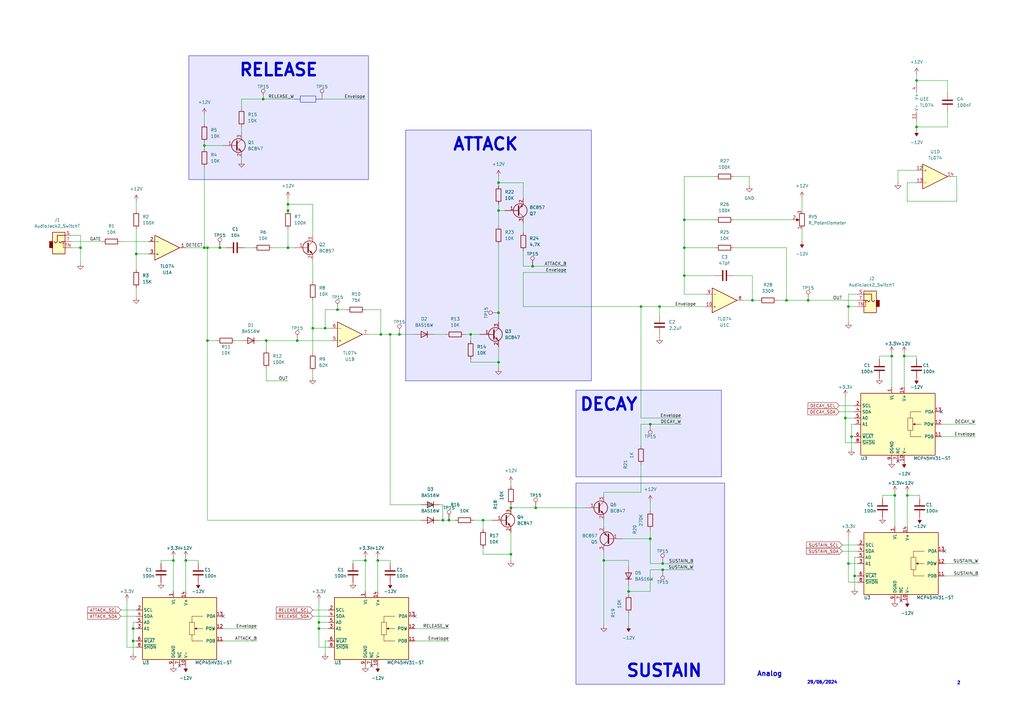
<source format=kicad_sch>
(kicad_sch (version 20230121) (generator eeschema)
  (paper "A3")
  (junction (at 128.27 134.62))
  (junction (at 350.52 236.22))
  (junction (at 54.61 262.89))
  (junction (at 181.61 213.36))
  (junction (at 365.76 146.05))
  (junction (at 308.61 123.19))
  (junction (at 270.51 125.73))
  (junction (at 331.47 123.19))
  (junction (at 71.12 229.87))
  (junction (at 154.94 229.87))
  (junction (at 346.71 171.45))
  (junction (at 90.17 101.6))
  (junction (at 121.92 139.7))
  (junction (at 149.86 229.87))
  (junction (at 107.95 40.64))
  (junction (at 280.67 113.03))
  (junction (at 54.61 257.81))
  (junction (at 372.11 203.2))
  (junction (at 130.81 257.81))
  (junction (at 83.82 101.6))
  (junction (at 133.35 134.62))
  (junction (at 266.7 173.99))
  (junction (at 204.47 148.59))
  (junction (at 33.02 101.6))
  (junction (at 271.78 233.68))
  (junction (at 370.84 146.05))
  (junction (at 367.03 203.2))
  (junction (at 118.11 83.82))
  (junction (at 209.55 227.33))
  (junction (at 247.65 229.87))
  (junction (at 280.67 101.6))
  (junction (at 322.58 123.19))
  (junction (at 347.98 231.14))
  (junction (at 193.04 137.16))
  (junction (at 118.11 101.6))
  (junction (at 198.12 213.36))
  (junction (at 85.09 139.7))
  (junction (at 204.47 74.93))
  (junction (at 130.81 255.27))
  (junction (at 118.11 86.36))
  (junction (at 219.71 208.28))
  (junction (at 156.21 137.16))
  (junction (at 163.83 137.16))
  (junction (at 280.67 90.17))
  (junction (at 262.89 125.73))
  (junction (at 204.47 86.36))
  (junction (at 375.92 33.02))
  (junction (at 347.98 125.73))
  (junction (at 83.82 59.69))
  (junction (at 204.47 128.27))
  (junction (at 109.22 139.7))
  (junction (at 349.25 179.07))
  (junction (at 218.44 109.22))
  (junction (at 209.55 208.28))
  (junction (at 266.7 220.98))
  (junction (at 375.92 52.07))
  (junction (at 138.43 127))
  (junction (at 271.78 231.14))
  (junction (at 160.02 137.16))
  (junction (at 55.88 104.14))
  (junction (at 76.2 229.87))
  (junction (at 85.09 101.6))
  (junction (at 257.81 242.57))
  (junction (at 184.15 213.36))
  (no_connect (at 91.44 252.73))
  (no_connect (at 387.35 226.06))
  (no_connect (at 369.57 246.38))
  (no_connect (at 386.08 168.91))
  (no_connect (at 152.4 273.05))
  (no_connect (at 170.18 252.73))
  (no_connect (at 73.66 273.05))
  (no_connect (at 368.3 189.23))
  (wire (pts (xy 128.27 123.19) (xy 128.27 134.62)))
  (wire (pts (xy 193.04 137.16) (xy 196.85 137.16)))
  (wire (pts (xy 128.27 134.62) (xy 128.27 144.78)))
  (wire (pts (xy 90.17 101.6) (xy 92.71 101.6)))
  (wire (pts (xy 130.81 255.27) (xy 130.81 246.38)))
  (wire (pts (xy 388.62 45.72) (xy 388.62 52.07)))
  (wire (pts (xy 347.98 125.73) (xy 351.79 125.73)))
  (wire (pts (xy 257.81 232.41) (xy 257.81 229.87)))
  (wire (pts (xy 71.12 228.6) (xy 71.12 229.87)))
  (wire (pts (xy 347.98 219.71) (xy 347.98 231.14)))
  (wire (pts (xy 266.7 233.68) (xy 266.7 242.57)))
  (wire (pts (xy 307.34 72.39) (xy 307.34 76.2)))
  (wire (pts (xy 372.11 74.93) (xy 372.11 82.55)))
  (wire (pts (xy 118.11 81.28) (xy 118.11 83.82)))
  (wire (pts (xy 346.71 171.45) (xy 350.52 171.45)))
  (wire (pts (xy 172.72 207.01) (xy 160.02 207.01)))
  (wire (pts (xy 214.63 81.28) (xy 214.63 74.93)))
  (wire (pts (xy 109.22 156.21) (xy 118.11 156.21)))
  (wire (pts (xy 172.72 213.36) (xy 85.09 213.36)))
  (wire (pts (xy 375.92 74.93) (xy 372.11 74.93)))
  (wire (pts (xy 193.04 148.59) (xy 204.47 148.59)))
  (wire (pts (xy 66.04 229.87) (xy 71.12 229.87)))
  (wire (pts (xy 387.35 231.14) (xy 401.32 231.14)))
  (wire (pts (xy 368.3 69.85) (xy 375.92 69.85)))
  (wire (pts (xy 204.47 148.59) (xy 204.47 151.13)))
  (wire (pts (xy 99.06 64.77) (xy 99.06 66.04)))
  (wire (pts (xy 177.8 137.16) (xy 182.88 137.16)))
  (wire (pts (xy 266.7 205.74) (xy 266.7 209.55)))
  (wire (pts (xy 154.94 229.87) (xy 160.02 229.87)))
  (wire (pts (xy 149.86 127) (xy 156.21 127)))
  (wire (pts (xy 375.92 147.32) (xy 375.92 146.05)))
  (wire (pts (xy 142.24 127) (xy 138.43 127)))
  (wire (pts (xy 83.82 68.58) (xy 83.82 101.6)))
  (wire (pts (xy 49.53 252.73) (xy 55.88 252.73)))
  (wire (pts (xy 375.92 30.48) (xy 375.92 33.02)))
  (wire (pts (xy 209.55 207.01) (xy 209.55 208.28)))
  (wire (pts (xy 388.62 33.02) (xy 375.92 33.02)))
  (wire (pts (xy 54.61 257.81) (xy 55.88 257.81)))
  (wire (pts (xy 270.51 137.16) (xy 270.51 138.43)))
  (wire (pts (xy 204.47 142.24) (xy 204.47 148.59)))
  (wire (pts (xy 247.65 226.06) (xy 247.65 229.87)))
  (wire (pts (xy 375.92 52.07) (xy 375.92 53.34)))
  (wire (pts (xy 262.89 171.45) (xy 279.4 171.45)))
  (wire (pts (xy 240.03 208.28) (xy 219.71 208.28)))
  (wire (pts (xy 121.92 139.7) (xy 135.89 139.7)))
  (wire (pts (xy 71.12 229.87) (xy 71.12 242.57)))
  (wire (pts (xy 109.22 151.13) (xy 109.22 156.21)))
  (wire (pts (xy 344.17 166.37) (xy 350.52 166.37)))
  (wire (pts (xy 55.88 262.89) (xy 54.61 262.89)))
  (wire (pts (xy 347.98 125.73) (xy 347.98 132.08)))
  (wire (pts (xy 134.62 265.43) (xy 130.81 265.43)))
  (wire (pts (xy 170.18 257.81) (xy 184.15 257.81)))
  (wire (pts (xy 204.47 100.33) (xy 204.47 128.27)))
  (wire (pts (xy 52.07 246.38) (xy 52.07 265.43)))
  (wire (pts (xy 375.92 33.02) (xy 375.92 34.29)))
  (wire (pts (xy 372.11 82.55) (xy 392.43 82.55)))
  (wire (pts (xy 55.88 265.43) (xy 52.07 265.43)))
  (wire (pts (xy 118.11 101.6) (xy 120.65 101.6)))
  (wire (pts (xy 128.27 152.4) (xy 128.27 154.94)))
  (wire (pts (xy 266.7 173.99) (xy 279.4 173.99)))
  (wire (pts (xy 133.35 127) (xy 133.35 134.62)))
  (wire (pts (xy 99.06 40.64) (xy 99.06 44.45)))
  (wire (pts (xy 198.12 227.33) (xy 209.55 227.33)))
  (wire (pts (xy 29.21 99.06) (xy 41.91 99.06)))
  (wire (pts (xy 350.52 228.6) (xy 350.52 236.22)))
  (wire (pts (xy 372.11 203.2) (xy 377.19 203.2)))
  (wire (pts (xy 29.21 96.52) (xy 33.02 96.52)))
  (wire (pts (xy 49.53 99.06) (xy 60.96 99.06)))
  (wire (pts (xy 156.21 137.16) (xy 160.02 137.16)))
  (wire (pts (xy 350.52 181.61) (xy 346.71 181.61)))
  (wire (pts (xy 377.19 204.47) (xy 377.19 203.2)))
  (wire (pts (xy 262.89 125.73) (xy 262.89 171.45)))
  (wire (pts (xy 128.27 106.68) (xy 128.27 115.57)))
  (wire (pts (xy 118.11 87.63) (xy 118.11 86.36)))
  (wire (pts (xy 130.81 257.81) (xy 134.62 257.81)))
  (wire (pts (xy 370.84 146.05) (xy 375.92 146.05)))
  (wire (pts (xy 181.61 213.36) (xy 180.34 213.36)))
  (wire (pts (xy 349.25 179.07) (xy 349.25 184.15)))
  (wire (pts (xy 76.2 101.6) (xy 83.82 101.6)))
  (wire (pts (xy 262.89 201.93) (xy 262.89 190.5)))
  (wire (pts (xy 372.11 201.93) (xy 372.11 203.2)))
  (wire (pts (xy 55.88 104.14) (xy 60.96 104.14)))
  (wire (pts (xy 293.37 101.6) (xy 280.67 101.6)))
  (wire (pts (xy 204.47 72.39) (xy 204.47 74.93)))
  (wire (pts (xy 133.35 262.89) (xy 133.35 267.97)))
  (wire (pts (xy 367.03 201.93) (xy 367.03 203.2)))
  (wire (pts (xy 350.52 179.07) (xy 349.25 179.07)))
  (wire (pts (xy 88.9 139.7) (xy 85.09 139.7)))
  (wire (pts (xy 76.2 228.6) (xy 76.2 229.87)))
  (wire (pts (xy 257.81 243.84) (xy 257.81 242.57)))
  (wire (pts (xy 247.65 213.36) (xy 247.65 215.9)))
  (wire (pts (xy 181.61 213.36) (xy 184.15 213.36)))
  (wire (pts (xy 130.81 257.81) (xy 130.81 255.27)))
  (wire (pts (xy 209.55 218.44) (xy 209.55 227.33)))
  (wire (pts (xy 386.08 173.99) (xy 400.05 173.99)))
  (wire (pts (xy 351.79 228.6) (xy 350.52 228.6)))
  (wire (pts (xy 365.76 144.78) (xy 365.76 146.05)))
  (wire (pts (xy 156.21 137.16) (xy 151.13 137.16)))
  (wire (pts (xy 331.47 123.19) (xy 351.79 123.19)))
  (wire (pts (xy 83.82 101.6) (xy 85.09 101.6)))
  (wire (pts (xy 144.78 231.14) (xy 144.78 229.87)))
  (wire (pts (xy 367.03 203.2) (xy 367.03 215.9)))
  (wire (pts (xy 318.77 123.19) (xy 322.58 123.19)))
  (wire (pts (xy 322.58 123.19) (xy 331.47 123.19)))
  (wire (pts (xy 262.89 173.99) (xy 262.89 182.88)))
  (wire (pts (xy 280.67 90.17) (xy 280.67 101.6)))
  (wire (pts (xy 154.94 229.87) (xy 154.94 242.57)))
  (wire (pts (xy 204.47 74.93) (xy 204.47 76.2)))
  (wire (pts (xy 214.63 111.76) (xy 214.63 125.73)))
  (wire (pts (xy 128.27 83.82) (xy 118.11 83.82)))
  (wire (pts (xy 156.21 127) (xy 156.21 137.16)))
  (wire (pts (xy 204.47 83.82) (xy 204.47 86.36)))
  (wire (pts (xy 247.65 201.93) (xy 262.89 201.93)))
  (wire (pts (xy 209.55 227.33) (xy 209.55 229.87)))
  (wire (pts (xy 370.84 146.05) (xy 370.84 158.75)))
  (wire (pts (xy 270.51 125.73) (xy 289.56 125.73)))
  (wire (pts (xy 128.27 252.73) (xy 134.62 252.73)))
  (wire (pts (xy 257.81 251.46) (xy 257.81 256.54)))
  (wire (pts (xy 375.92 52.07) (xy 388.62 52.07)))
  (wire (pts (xy 190.5 137.16) (xy 193.04 137.16)))
  (wire (pts (xy 85.09 139.7) (xy 85.09 213.36)))
  (wire (pts (xy 349.25 173.99) (xy 349.25 179.07)))
  (wire (pts (xy 160.02 231.14) (xy 160.02 229.87)))
  (wire (pts (xy 262.89 173.99) (xy 266.7 173.99)))
  (wire (pts (xy 170.18 262.89) (xy 184.15 262.89)))
  (wire (pts (xy 163.83 137.16) (xy 170.18 137.16)))
  (wire (pts (xy 91.44 262.89) (xy 105.41 262.89)))
  (wire (pts (xy 345.44 223.52) (xy 351.79 223.52)))
  (wire (pts (xy 209.55 198.12) (xy 209.55 199.39)))
  (wire (pts (xy 55.88 82.55) (xy 55.88 86.36)))
  (wire (pts (xy 83.82 59.69) (xy 83.82 60.96)))
  (wire (pts (xy 280.67 113.03) (xy 280.67 120.65)))
  (wire (pts (xy 85.09 101.6) (xy 85.09 139.7)))
  (wire (pts (xy 107.95 40.64) (xy 120.65 40.64)))
  (wire (pts (xy 181.61 207.01) (xy 181.61 213.36)))
  (wire (pts (xy 204.47 86.36) (xy 204.47 92.71)))
  (wire (pts (xy 372.11 203.2) (xy 372.11 215.9)))
  (wire (pts (xy 322.58 101.6) (xy 322.58 123.19)))
  (wire (pts (xy 293.37 72.39) (xy 280.67 72.39)))
  (wire (pts (xy 350.52 173.99) (xy 349.25 173.99)))
  (wire (pts (xy 149.86 228.6) (xy 149.86 229.87)))
  (wire (pts (xy 280.67 72.39) (xy 280.67 90.17)))
  (wire (pts (xy 214.63 102.87) (xy 214.63 109.22)))
  (wire (pts (xy 370.84 144.78) (xy 370.84 146.05)))
  (wire (pts (xy 135.89 134.62) (xy 133.35 134.62)))
  (wire (pts (xy 198.12 213.36) (xy 201.93 213.36)))
  (wire (pts (xy 91.44 257.81) (xy 105.41 257.81)))
  (wire (pts (xy 109.22 139.7) (xy 121.92 139.7)))
  (wire (pts (xy 350.52 236.22) (xy 350.52 241.3)))
  (wire (pts (xy 204.47 86.36) (xy 207.01 86.36)))
  (wire (pts (xy 100.33 101.6) (xy 104.14 101.6)))
  (wire (pts (xy 55.88 93.98) (xy 55.88 104.14)))
  (wire (pts (xy 214.63 111.76) (xy 232.41 111.76)))
  (wire (pts (xy 360.68 146.05) (xy 365.76 146.05)))
  (wire (pts (xy 386.08 179.07) (xy 400.05 179.07)))
  (wire (pts (xy 194.31 213.36) (xy 198.12 213.36)))
  (wire (pts (xy 76.2 229.87) (xy 81.28 229.87)))
  (wire (pts (xy 375.92 49.53) (xy 375.92 52.07)))
  (wire (pts (xy 271.78 231.14) (xy 266.7 231.14)))
  (wire (pts (xy 271.78 233.68) (xy 284.48 233.68)))
  (wire (pts (xy 247.65 229.87) (xy 257.81 229.87)))
  (wire (pts (xy 280.67 120.65) (xy 289.56 120.65)))
  (wire (pts (xy 392.43 82.55) (xy 392.43 72.39)))
  (wire (pts (xy 132.08 40.64) (xy 149.86 40.64)))
  (wire (pts (xy 300.99 113.03) (xy 308.61 113.03)))
  (wire (pts (xy 365.76 146.05) (xy 365.76 158.75)))
  (wire (pts (xy 270.51 125.73) (xy 270.51 129.54)))
  (wire (pts (xy 154.94 228.6) (xy 154.94 229.87)))
  (wire (pts (xy 181.61 207.01) (xy 180.34 207.01)))
  (wire (pts (xy 149.86 229.87) (xy 149.86 242.57)))
  (wire (pts (xy 387.35 236.22) (xy 401.32 236.22)))
  (wire (pts (xy 184.15 213.36) (xy 186.69 213.36)))
  (wire (pts (xy 351.79 236.22) (xy 350.52 236.22)))
  (wire (pts (xy 214.63 109.22) (xy 218.44 109.22)))
  (wire (pts (xy 128.27 250.19) (xy 134.62 250.19)))
  (wire (pts (xy 280.67 101.6) (xy 280.67 113.03)))
  (wire (pts (xy 106.68 139.7) (xy 109.22 139.7)))
  (wire (pts (xy 55.88 118.11) (xy 55.88 121.92)))
  (wire (pts (xy 193.04 147.32) (xy 193.04 148.59)))
  (wire (pts (xy 160.02 137.16) (xy 163.83 137.16)))
  (wire (pts (xy 54.61 257.81) (xy 54.61 262.89)))
  (wire (pts (xy 198.12 213.36) (xy 198.12 217.17)))
  (wire (pts (xy 85.09 101.6) (xy 90.17 101.6)))
  (wire (pts (xy 83.82 58.42) (xy 83.82 59.69)))
  (wire (pts (xy 99.06 52.07) (xy 99.06 54.61)))
  (wire (pts (xy 346.71 171.45) (xy 346.71 181.61)))
  (wire (pts (xy 118.11 83.82) (xy 118.11 86.36)))
  (wire (pts (xy 33.02 101.6) (xy 33.02 107.95)))
  (wire (pts (xy 361.95 204.47) (xy 361.95 203.2)))
  (wire (pts (xy 344.17 168.91) (xy 350.52 168.91)))
  (wire (pts (xy 49.53 250.19) (xy 55.88 250.19)))
  (wire (pts (xy 361.95 203.2) (xy 367.03 203.2)))
  (wire (pts (xy 130.81 265.43) (xy 130.81 257.81)))
  (wire (pts (xy 347.98 238.76) (xy 347.98 231.14)))
  (wire (pts (xy 266.7 220.98) (xy 266.7 231.14)))
  (wire (pts (xy 130.81 255.27) (xy 134.62 255.27)))
  (wire (pts (xy 247.65 229.87) (xy 247.65 256.54)))
  (wire (pts (xy 138.43 127) (xy 133.35 127)))
  (wire (pts (xy 134.62 262.89) (xy 133.35 262.89)))
  (wire (pts (xy 257.81 242.57) (xy 266.7 242.57)))
  (wire (pts (xy 214.63 125.73) (xy 262.89 125.73)))
  (wire (pts (xy 55.88 104.14) (xy 55.88 110.49)))
  (wire (pts (xy 347.98 231.14) (xy 351.79 231.14)))
  (wire (pts (xy 66.04 231.14) (xy 66.04 229.87)))
  (wire (pts (xy 81.28 231.14) (xy 81.28 229.87)))
  (wire (pts (xy 308.61 113.03) (xy 308.61 123.19)))
  (wire (pts (xy 214.63 91.44) (xy 214.63 95.25)))
  (wire (pts (xy 193.04 137.16) (xy 193.04 139.7)))
  (wire (pts (xy 204.47 74.93) (xy 214.63 74.93)))
  (wire (pts (xy 328.93 93.98) (xy 328.93 99.06)))
  (wire (pts (xy 99.06 40.64) (xy 107.95 40.64)))
  (wire (pts (xy 351.79 238.76) (xy 347.98 238.76)))
  (wire (pts (xy 247.65 201.93) (xy 247.65 203.2)))
  (wire (pts (xy 144.78 229.87) (xy 149.86 229.87)))
  (wire (pts (xy 255.27 220.98) (xy 266.7 220.98)))
  (wire (pts (xy 76.2 229.87) (xy 76.2 242.57)))
  (wire (pts (xy 300.99 101.6) (xy 322.58 101.6)))
  (wire (pts (xy 388.62 33.02) (xy 388.62 38.1)))
  (wire (pts (xy 96.52 139.7) (xy 99.06 139.7)))
  (wire (pts (xy 55.88 255.27) (xy 54.61 255.27)))
  (wire (pts (xy 160.02 207.01) (xy 160.02 137.16)))
  (wire (pts (xy 347.98 120.65) (xy 347.98 125.73)))
  (wire (pts (xy 345.44 226.06) (xy 351.79 226.06)))
  (wire (pts (xy 219.71 208.28) (xy 209.55 208.28)))
  (wire (pts (xy 83.82 59.69) (xy 91.44 59.69)))
  (wire (pts (xy 368.3 74.93) (xy 368.3 69.85)))
  (wire (pts (xy 204.47 128.27) (xy 204.47 132.08)))
  (wire (pts (xy 360.68 147.32) (xy 360.68 146.05)))
  (wire (pts (xy 198.12 224.79) (xy 198.12 227.33)))
  (wire (pts (xy 300.99 72.39) (xy 307.34 72.39)))
  (wire (pts (xy 133.35 134.62) (xy 128.27 134.62)))
  (wire (pts (xy 346.71 171.45) (xy 346.71 162.56)))
  (wire (pts (xy 300.99 90.17) (xy 325.12 90.17)))
  (wire (pts (xy 293.37 90.17) (xy 280.67 90.17)))
  (wire (pts (xy 218.44 109.22) (xy 232.41 109.22)))
  (wire (pts (xy 391.16 72.39) (xy 392.43 72.39)))
  (wire (pts (xy 308.61 123.19) (xy 311.15 123.19)))
  (wire (pts (xy 293.37 113.03) (xy 280.67 113.03)))
  (wire (pts (xy 257.81 242.57) (xy 257.81 240.03)))
  (wire (pts (xy 266.7 233.68) (xy 271.78 233.68)))
  (wire (pts (xy 109.22 139.7) (xy 109.22 143.51)))
  (wire (pts (xy 271.78 231.14) (xy 284.48 231.14)))
  (wire (pts (xy 29.21 101.6) (xy 33.02 101.6)))
  (wire (pts (xy 118.11 93.98) (xy 118.11 101.6)))
  (wire (pts (xy 54.61 255.27) (xy 54.61 257.81)))
  (wire (pts (xy 262.89 125.73) (xy 270.51 125.73)))
  (wire (pts (xy 128.27 96.52) (xy 128.27 83.82)))
  (wire (pts (xy 54.61 262.89) (xy 54.61 267.97)))
  (wire (pts (xy 83.82 46.99) (xy 83.82 50.8)))
  (wire (pts (xy 328.93 81.28) (xy 328.93 86.36)))
  (wire (pts (xy 33.02 96.52) (xy 33.02 101.6)))
  (wire (pts (xy 304.8 123.19) (xy 308.61 123.19)))
  (wire (pts (xy 111.76 101.6) (xy 118.11 101.6)))
  (wire (pts (xy 351.79 120.65) (xy 347.98 120.65)))
  (wire (pts (xy 266.7 220.98) (xy 266.7 217.17)))
  (rectangle (start 236.22 160.02) (end 295.91 195.58) (fill (type color) (color 0 18 255 0.1)))
  (rectangle (start 120.65 40.64) (end 123.19 40.64))
  (rectangle (start 123.19 39.37) (end 129.54 41.91))
  (rectangle (start 129.54 40.64) (end 132.08 40.64))
  (rectangle (start 236.22 198.12) (end 297.18 280.67) (fill (type color) (color 0 18 255 0.1)))
  (rectangle (start 77.47 22.86) (end 151.13 73.66) (fill (type color) (color 0 18 255 0.1)))
  (rectangle (start 166.37 53.34) (end 242.57 156.21) (fill (type color) (color 0 18 255 0.1)))
  (text "DECAY" (at 237.49 168.91 0) (effects (font (size 5 5) (thickness 1) bold) (justify left bottom)))
  (text "SUSTAIN\n" (at 256.54 278.13 0) (effects (font (size 5 5) (thickness 1) bold) (justify left bottom)))
  (text "RELEASE\n" (at 97.79 31.75 0) (effects (font (size 5 5) (thickness 1) bold) (justify left bottom)))
  (text "Analog" (at 310.388 277.622 0) (effects (font (size 2 2) (thickness 0.4) bold) (justify left bottom)))
  (text "2" (at 392.43 280.924 0) (effects (font (size 1.25 1.25) (thickness 0.4) bold) (justify left bottom)))
  (text "29/06/2024" (at 330.962 280.67 0) (effects (font (size 1.25 1.25) (thickness 0.4) bold) (justify left bottom)))
  (text "ATTACK" (at 185.42 62.23 0) (effects (font (size 5 5) (thickness 1) bold) (justify left bottom)))
  (label "OUT" (at 345.44 123.19 180))
  (label "Envelope" (at 184.15 262.89 180))
  (label "SUSTAIN_B" (at 284.48 231.14 180))
  (label "ATTACK_B" (at 105.41 262.89 180))
  (label "RELEASE_W" (at 184.15 257.81 180))
  (label "Envelope" (at 149.86 40.64 180))
  (label "SUSTAIN_W" (at 284.48 233.68 180))
  (label "DECAY_W" (at 279.4 173.99 180))
  (label "DETECT" (at 76.2 101.6 0))
  (label "SUSTAIN_W" (at 401.32 231.14 180))
  (label "RELEASE_W" (at 120.65 40.64 180))
  (label "GATE" (at 36.83 99.06 0))
  (label "Envelope" (at 232.41 111.76 180))
  (label "SUSTAIN_B" (at 401.32 236.22 180))
  (label "Envelope" (at 105.41 257.81 180))
  (label "DECAY_W" (at 400.05 173.99 180))
  (label "OUT" (at 118.11 156.21 180))
  (label "Envelope" (at 279.4 171.45 180))
  (label "Envelope" (at 400.05 179.07 180))
  (label "Envelope" (at 276.86 125.73 0))
  (label "ATTACK_B" (at 232.41 109.22 180))
  (global_label "RELEASE_SDA" (shape input) (at 128.27 252.73 180) (property "Intersheetrefs" "${INTERSHEET_REFS}" (effects hide)))
  (global_label "ATTACK_SCL" (shape input) (at 49.53 250.19 180) (property "Intersheetrefs" "${INTERSHEET_REFS}" (effects hide)))
  (global_label "SUSTAIN_SDA" (shape input) (at 345.44 226.06 180) (property "Intersheetrefs" "${INTERSHEET_REFS}" (effects hide)))
  (global_label "ATTACK_SDA" (shape input) (at 49.53 252.73 180) (property "Intersheetrefs" "${INTERSHEET_REFS}" (effects hide)))
  (global_label "SUSTAIN_SCL" (shape input) (at 345.44 223.52 180) (property "Intersheetrefs" "${INTERSHEET_REFS}" (effects hide)))
  (global_label "DECAY_SCL" (shape input) (at 344.17 166.37 180) (property "Intersheetrefs" "${INTERSHEET_REFS}" (effects hide)))
  (global_label "RELEASE_SCL" (shape input) (at 128.27 250.19 180) (property "Intersheetrefs" "${INTERSHEET_REFS}" (effects hide)))
  (global_label "DECAY_SDA" (shape input) (at 344.17 168.91 180) (property "Intersheetrefs" "${INTERSHEET_REFS}" (effects hide)))
  (symbol (lib_id "power:+12V") (at 76.2 228.6 0) (unit 1)
    (property "Reference" "#PWR010" (effects hide))
    (property "Value" "+12V" (at 76.2 224.79 0))
    (instances (project "ADSR Envelope" (path "" (reference "#PWR010") (unit 1)) (path "" (reference "#PWR080") (unit 1))))
  )
  (symbol (lib_id "Diode:BAS16W") (at 176.53 213.36 180) (unit 1)
    (property "Reference" "D4" (at 176.53 207.01 0))
    (property "Value" "BAS16W" (at 176.53 209.55 0))
    (property "Footprint" "Package_TO_SOT_SMD:SOT-323_SC-70" (effects hide))
    (property "Datasheet" "https://assets.nexperia.com/documents/data-sheet/BAS16_SER.pdf" (effects hide))
  )
  (symbol (lib_id "power:+12V") (at 118.11 81.28 0) (unit 1)
    (property "Reference" "#PWR06" (effects hide))
    (property "Value" "+12V" (at 118.11 76.2 0))
  )
  (symbol (lib_id "Amplifier_Operational:TL074") (at 383.54 72.39 0) (unit 4)
    (property "Reference" "U1" (at 383.54 62.23 0))
    (property "Value" "TL074" (at 383.54 64.77 0))
    (property "Footprint" "Package_SO:SOIC-14_3.9x8.7mm_P1.27mm" (effects hide))
    (property "Datasheet" "http://www.ti.com/lit/ds/symlink/tl071.pdf" (effects hide))
  )
  (symbol (lib_id "Device:R") (at 55.88 90.17 180) (unit 1)
    (property "Reference" "R2" (at 58.42 88.9 0) (effects (justify right)))
    (property "Value" "100K" (at 58.42 91.44 0) (effects (justify right)))
    (property "Footprint" "Resistor_SMD:R_0603_1608Metric_Pad0.98x0.95mm_HandSolder" (effects hide))
  )
  (symbol (lib_id "power:GND") (at 360.68 154.94 0) (unit 1)
    (property "Reference" "#PWR05" (effects hide))
    (property "Value" "GND" (effects hide))
    (instances (project "ADSR Envelope" (path "" (reference "#PWR05") (unit 1)) (path "" (reference "#PWR085") (unit 1))))
  )
  (symbol (lib_id "Device:C") (at 297.18 113.03 270) (unit 1)
    (property "Reference" "C3" (at 297.18 105.41 90))
    (property "Value" "47pF" (at 297.18 107.95 90))
    (property "Footprint" "Capacitor_SMD:C_0603_1608Metric_Pad1.08x0.95mm_HandSolder" (effects hide))
  )
  (symbol (lib_id "power:GND") (at 128.27 154.94 0) (unit 1)
    (property "Reference" "#PWR05" (effects hide))
    (property "Value" "GND" (effects hide))
    (instances (project "ADSR Envelope" (path "" (reference "#PWR05") (unit 1)) (path "" (reference "#PWR07") (unit 1))))
  )
  (symbol (lib_id "power:GND") (at 66.04 238.76 0) (unit 1)
    (property "Reference" "#PWR05" (effects hide))
    (property "Value" "GND" (effects hide))
    (instances (project "ADSR Envelope" (path "" (reference "#PWR05") (unit 1)) (path "" (reference "#PWR077") (unit 1))))
  )
  (symbol (lib_id "power:-12V") (at 375.92 154.94 180) (unit 1)
    (property "Reference" "#PWR02" (effects hide))
    (property "Value" "-12V" (at 375.92 158.75 0))
    (instances (project "ADSR Envelope" (path "" (reference "#PWR02") (unit 1)) (path "" (reference "#PWR090") (unit 1))))
  )
  (symbol (lib_id "power:+12V") (at 154.94 228.6 0) (unit 1)
    (property "Reference" "#PWR010" (effects hide))
    (property "Value" "+12V" (at 154.94 224.79 0))
    (instances (project "ADSR Envelope" (path "" (reference "#PWR010") (unit 1)) (path "" (reference "#PWR070") (unit 1))))
  )
  (symbol (lib_id "Connector:TestPoint") (at 90.17 101.6 0) (unit 1)
    (property "Reference" "TP15" (at 90.17 96.52 0))
    (property "Value" "TestPoint" (effects hide))
    (property "Footprint" "TestPoint:TestPoint_Pad_D1.0mm" (effects hide))
    (instances (project "ADSR Envelope" (path "" (reference "TP15") (unit 1)) (path "" (reference "TP23") (unit 1))))
  )
  (symbol (lib_id "Transistor_BJT:BC857") (at 250.19 220.98 180) (unit 1)
    (property "Reference" "Q5" (at 245.11 222.25 0) (effects (justify left)))
    (property "Value" "BC857" (at 245.11 219.71 0) (effects (justify left)))
    (property "Footprint" "Package_TO_SOT_SMD:SOT-23" (effects hide))
    (property "Datasheet" "https://www.onsemi.com/pub/Collateral/BC860-D.pdf" (effects hide))
    (instances (project "ADSR Envelope" (path "" (reference "Q5") (unit 1)) (path "" (reference "Q7") (unit 1))))
  )
  (symbol (lib_id "power:+3.3V") (at 367.03 201.93 0) (mirror y) (unit 1)
    (property "Reference" "#PWR015" (effects hide))
    (property "Value" "+3.3V" (at 367.03 198.12 0))
    (instances (project "STM32 Initial Rev" (path "" (reference "#PWR015") (unit 1))) (project "ADSR Envelope" (path "" (reference "#PWR030") (unit 1)) (path "" (reference "#PWR094") (unit 1))))
  )
  (symbol (lib_id "Device:R") (at 204.47 80.01 0) (unit 1)
    (property "Reference" "R22" (at 207.01 78.74 0) (effects (justify left)))
    (property "Value" "10K" (at 207.01 81.28 0) (effects (justify left)))
    (property "Footprint" "Resistor_SMD:R_0603_1608Metric_Pad0.98x0.95mm_HandSolder" (effects hide))
    (instances (project "ADSR Envelope" (path "" (reference "R22") (unit 1)) (path "" (reference "R18") (unit 1))))
  )
  (symbol (lib_id "power:+3.3V") (at 346.71 162.56 0) (mirror y) (unit 1)
    (property "Reference" "#PWR015" (effects hide))
    (property "Value" "+3.3V" (at 346.71 158.75 0))
    (instances (project "STM32 Initial Rev" (path "" (reference "#PWR015") (unit 1))) (project "ADSR Envelope" (path "" (reference "#PWR030") (unit 1)) (path "" (reference "#PWR083") (unit 1))))
  )
  (symbol (lib_id "Device:R") (at 214.63 99.06 0) (unit 1)
    (property "Reference" "R24" (at 217.17 97.79 0) (effects (justify left)))
    (property "Value" "4.7K" (at 217.17 100.33 0) (effects (justify left)))
    (property "Footprint" "Resistor_SMD:R_0603_1608Metric_Pad0.98x0.95mm_HandSolder" (effects hide))
    (instances (project "ADSR Envelope" (path "" (reference "R24") (unit 1)) (path "" (reference "R21") (unit 1))))
  )
  (symbol (lib_id "Device:R") (at 297.18 101.6 90) (unit 1)
    (property "Reference" "R25" (at 297.18 95.25 90))
    (property "Value" "10K" (at 297.18 97.79 90))
    (property "Footprint" "Resistor_SMD:R_0603_1608Metric_Pad0.98x0.95mm_HandSolder" (effects hide))
    (instances (project "ADSR Envelope" (path "" (reference "R25") (unit 1)) (path "" (reference "R27") (unit 1))))
  )
  (symbol (lib_id "Diode:BAS16W") (at 173.99 137.16 180) (unit 1)
    (property "Reference" "D2" (at 173.99 130.81 0))
    (property "Value" "BAS16W" (at 173.99 133.35 0))
    (property "Footprint" "Package_TO_SOT_SMD:SOT-323_SC-70" (effects hide))
    (property "Datasheet" "https://assets.nexperia.com/documents/data-sheet/BAS16_SER.pdf" (effects hide))
  )
  (symbol (lib_id "power:GND") (at 270.51 138.43 0) (unit 1)
    (property "Reference" "#PWR05" (effects hide))
    (property "Value" "GND" (effects hide))
    (instances (project "ADSR Envelope" (path "" (reference "#PWR05") (unit 1)) (path "" (reference "#PWR013") (unit 1))))
  )
  (symbol (lib_id "Connector:TestPoint") (at 331.47 123.19 0) (unit 1)
    (property "Reference" "TP15" (at 331.47 118.11 0))
    (property "Value" "TestPoint" (effects hide))
    (property "Footprint" "TestPoint:TestPoint_Pad_D1.0mm" (effects hide))
    (instances (project "ADSR Envelope" (path "" (reference "TP15") (unit 1)) (path "" (reference "TP38") (unit 1))))
  )
  (symbol (lib_id "power:+3.3V") (at 130.81 246.38 0) (mirror y) (unit 1)
    (property "Reference" "#PWR015" (effects hide))
    (property "Value" "+3.3V" (at 130.81 242.57 0))
    (instances (project "STM32 Initial Rev" (path "" (reference "#PWR015") (unit 1))) (project "ADSR Envelope" (path "" (reference "#PWR030") (unit 1)) (path "" (reference "#PWR074") (unit 1))))
  )
  (symbol (lib_id "Potentiometer_Digital:MCP45HV31-ST") (at 152.4 257.81 0) (unit 1)
    (property "Reference" "U3" (at 137.16 271.78 0) (effects (justify left)))
    (property "Value" "MCP45HV31-ST" (at 158.75 271.78 0) (effects (justify left)))
    (property "Footprint" "Package_SO:TSSOP-14_4.4x5mm_P0.65mm" (effects hide))
    (property "Datasheet" "http://ww1.microchip.com/downloads/en/DeviceDoc/20005304A.pdf" (effects hide))
  )
  (symbol (lib_id "Connector:TestPoint") (at 219.71 208.28 0) (unit 1)
    (property "Reference" "TP15" (at 219.71 203.2 0))
    (property "Value" "TestPoint" (effects hide))
    (property "Footprint" "TestPoint:TestPoint_Pad_D1.0mm" (effects hide))
    (instances (project "ADSR Envelope" (path "" (reference "TP15") (unit 1)) (path "" (reference "TP37") (unit 1))))
  )
  (symbol (lib_id "Amplifier_Operational:TL074") (at 297.18 123.19 0) (mirror x) (unit 3)
    (property "Reference" "U1" (at 297.18 133.35 0))
    (property "Value" "TL074" (at 297.18 130.81 0))
    (property "Footprint" "Package_SO:SOIC-14_3.9x8.7mm_P1.27mm" (effects hide))
    (property "Datasheet" "http://www.ti.com/lit/ds/symlink/tl071.pdf" (effects hide))
  )
  (symbol (lib_id "Device:C") (at 270.51 133.35 180) (unit 1)
    (property "Reference" "C2" (at 274.32 132.08 0) (effects (justify right)))
    (property "Value" "2.2uF" (at 274.32 134.62 0) (effects (justify right)))
    (property "Footprint" "Capacitor_SMD:C_0603_1608Metric_Pad1.08x0.95mm_HandSolder" (effects hide))
  )
  (symbol (lib_id "power:GND") (at 307.34 76.2 0) (unit 1)
    (property "Reference" "#PWR017" (effects hide))
    (property "Value" "GND" (at 307.34 81.28 0))
    (instances (project "ADSR Envelope" (path "" (reference "#PWR017") (unit 1)) (path "" (reference "#PWR016") (unit 1))))
  )
  (symbol (lib_id "power:-12V") (at 372.11 246.38 180) (unit 1)
    (property "Reference" "#PWR02" (effects hide))
    (property "Value" "-12V" (at 372.11 251.46 0))
    (instances (project "ADSR Envelope" (path "" (reference "#PWR02") (unit 1)) (path "" (reference "#PWR097") (unit 1))))
  )
  (symbol (lib_id "Potentiometer_Digital:MCP45HV31-ST") (at 368.3 173.99 0) (unit 1)
    (property "Reference" "U3" (at 353.06 187.96 0) (effects (justify left)))
    (property "Value" "MCP45HV31-ST" (at 374.65 187.96 0) (effects (justify left)))
    (property "Footprint" "Package_SO:TSSOP-14_4.4x5mm_P0.65mm" (effects hide))
    (property "Datasheet" "http://ww1.microchip.com/downloads/en/DeviceDoc/20005304A.pdf" (effects hide))
    (instances (project "ADSR Envelope" (path "" (reference "U3") (unit 1)) (path "" (reference "U12") (unit 1))))
  )
  (symbol (lib_id "power:GND") (at 133.35 267.97 0) (unit 1)
    (property "Reference" "#PWR05" (effects hide))
    (property "Value" "GND" (effects hide))
    (instances (project "ADSR Envelope" (path "" (reference "#PWR05") (unit 1)) (path "" (reference "#PWR075") (unit 1))))
  )
  (symbol (lib_id "Device:C") (at 388.62 41.91 0) (unit 1)
    (property "Reference" "C4" (at 392.43 40.64 0) (effects (justify left)))
    (property "Value" "100nF" (at 392.43 43.18 0) (effects (justify left)))
    (property "Footprint" "Capacitor_SMD:C_0603_1608Metric_Pad1.08x0.95mm_HandSolder" (effects hide))
  )
  (symbol (lib_id "power:GND") (at 247.65 256.54 0) (unit 1)
    (property "Reference" "#PWR05" (effects hide))
    (property "Value" "GND" (effects hide))
    (instances (project "ADSR Envelope" (path "" (reference "#PWR05") (unit 1)) (path "" (reference "#PWR012") (unit 1))))
  )
  (symbol (lib_id "power:GND") (at 55.88 121.92 0) (unit 1)
    (property "Reference" "#PWR05" (effects hide))
    (property "Value" "GND" (effects hide))
  )
  (symbol (lib_id "Transistor_BJT:BC857") (at 212.09 86.36 0) (mirror x) (unit 1)
    (property "Reference" "Q7" (at 217.17 87.63 0) (effects (justify left)))
    (property "Value" "BC857" (at 217.17 85.09 0) (effects (justify left)))
    (property "Footprint" "Package_TO_SOT_SMD:SOT-23" (effects hide))
    (property "Datasheet" "https://www.onsemi.com/pub/Collateral/BC860-D.pdf" (effects hide))
    (instances (project "ADSR Envelope" (path "" (reference "Q7") (unit 1)) (path "" (reference "Q5") (unit 1))))
  )
  (symbol (lib_id "Device:R") (at 198.12 220.98 0) (unit 1)
    (property "Reference" "R17" (at 200.66 219.71 0) (effects (justify left)))
    (property "Value" "10K" (at 200.66 222.25 0) (effects (justify left)))
    (property "Footprint" "Resistor_SMD:R_0603_1608Metric_Pad0.98x0.95mm_HandSolder" (effects hide))
  )
  (symbol (lib_id "Device:R") (at 186.69 137.16 270) (unit 1)
    (property "Reference" "R13" (at 186.69 130.81 90))
    (property "Value" "10K" (at 186.69 133.35 90))
    (property "Footprint" "Resistor_SMD:R_0603_1608Metric_Pad0.98x0.95mm_HandSolder" (effects hide))
    (instances (project "ADSR Envelope" (path "" (reference "R13") (unit 1)) (path "" (reference "R14") (unit 1))))
  )
  (symbol (lib_id "power:-12V") (at 154.94 273.05 180) (unit 1)
    (property "Reference" "#PWR02" (effects hide))
    (property "Value" "-12V" (at 154.94 278.13 0))
    (instances (project "ADSR Envelope" (path "" (reference "#PWR02") (unit 1)) (path "" (reference "#PWR072") (unit 1))))
  )
  (symbol (lib_id "power:-12V") (at 375.92 53.34 180) (unit 1)
    (property "Reference" "#PWR020" (effects hide))
    (property "Value" "-12V" (at 375.92 58.42 0))
    (instances (project "ADSR Envelope" (path "" (reference "#PWR020") (unit 1)) (path "" (reference "#PWR021") (unit 1))))
  )
  (symbol (lib_id "Device:C") (at 377.19 208.28 180) (unit 1)
    (property "Reference" "C1" (at 379.73 207.01 0) (effects (justify right)))
    (property "Value" "100n" (at 379.73 209.55 0) (effects (justify right)))
    (property "Footprint" "Capacitor_SMD:C_0603_1608Metric_Pad1.08x0.95mm_HandSolder" (effects hide))
    (instances (project "ADSR Envelope" (path "" (reference "C1") (unit 1)) (path "" (reference "C27") (unit 1))))
  )
  (symbol (lib_id "power:GND") (at 144.78 238.76 0) (unit 1)
    (property "Reference" "#PWR05" (effects hide))
    (property "Value" "GND" (effects hide))
    (instances (project "ADSR Envelope" (path "" (reference "#PWR05") (unit 1)) (path "" (reference "#PWR047") (unit 1))))
  )
  (symbol (lib_id "power:-12V") (at 81.28 238.76 180) (unit 1)
    (property "Reference" "#PWR02" (effects hide))
    (property "Value" "-12V" (at 81.28 242.57 0))
    (instances (project "ADSR Envelope" (path "" (reference "#PWR02") (unit 1)) (path "" (reference "#PWR082") (unit 1))))
  )
  (symbol (lib_id "power:+12V") (at 55.88 82.55 0) (unit 1)
    (property "Reference" "#PWR01" (effects hide))
    (property "Value" "+12V" (at 55.88 77.47 0))
    (instances (project "ADSR Envelope" (path "" (reference "#PWR01") (unit 1)) (path "" (reference "#PWR02") (unit 1))))
  )
  (symbol (lib_id "Transistor_BJT:BC847") (at 201.93 137.16 0) (unit 1)
    (property "Reference" "Q3" (at 207.01 135.89 0) (effects (justify left)))
    (property "Value" "BC847" (at 207.01 138.43 0) (effects (justify left)))
    (property "Footprint" "Package_TO_SOT_SMD:SOT-23" (effects hide))
    (property "Datasheet" "http://www.infineon.com/dgdl/Infineon-BC847SERIES_BC848SERIES_BC849SERIES_BC850SERIES-DS-v01_01-en.pdf?fileId=db3a304314dca389011541d4630a1657" (effects hide))
  )
  (symbol (lib_id "Device:R") (at 92.71 139.7 270) (unit 1)
    (property "Reference" "R11" (at 92.71 142.24 90))
    (property "Value" "10K" (at 92.71 144.78 90))
    (property "Footprint" "Resistor_SMD:R_0603_1608Metric_Pad0.98x0.95mm_HandSolder" (effects hide))
    (instances (project "ADSR Envelope" (path "" (reference "R11") (unit 1)) (path "" (reference "R6") (unit 1))))
  )
  (symbol (lib_id "Connector:TestPoint") (at 107.95 40.64 0) (unit 1)
    (property "Reference" "TP15" (at 107.95 35.56 0))
    (property "Value" "TestPoint" (effects hide))
    (property "Footprint" "TestPoint:TestPoint_Pad_D1.0mm" (effects hide))
    (instances (project "ADSR Envelope" (path "" (reference "TP15") (unit 1)) (path "" (reference "TP28") (unit 1))))
  )
  (symbol (lib_id "Device:R") (at 107.95 101.6 270) (unit 1)
    (property "Reference" "R6" (at 107.95 95.25 90))
    (property "Value" "10K" (at 107.95 97.79 90))
    (property "Footprint" "Resistor_SMD:R_0603_1608Metric_Pad0.98x0.95mm_HandSolder" (effects hide))
    (instances (project "ADSR Envelope" (path "" (reference "R6") (unit 1)) (path "" (reference "R8") (unit 1))))
  )
  (symbol (lib_id "Device:C") (at 160.02 234.95 180) (unit 1)
    (property "Reference" "C1" (at 162.56 233.68 0) (effects (justify right)))
    (property "Value" "100n" (at 162.56 236.22 0) (effects (justify right)))
    (property "Footprint" "Capacitor_SMD:C_0603_1608Metric_Pad1.08x0.95mm_HandSolder" (effects hide))
    (instances (project "ADSR Envelope" (path "" (reference "C1") (unit 1)) (path "" (reference "C21") (unit 1))))
  )
  (symbol (lib_id "Device:C") (at 361.95 208.28 180) (unit 1)
    (property "Reference" "C1" (at 355.6 207.01 0) (effects (justify right)))
    (property "Value" "100n" (at 354.33 209.55 0) (effects (justify right)))
    (property "Footprint" "Capacitor_SMD:C_0603_1608Metric_Pad1.08x0.95mm_HandSolder" (effects hide))
    (instances (project "ADSR Envelope" (path "" (reference "C1") (unit 1)) (path "" (reference "C26") (unit 1))))
  )
  (symbol (lib_id "Amplifier_Operational:TL074") (at 68.58 101.6 0) (mirror x) (unit 1)
    (property "Reference" "U1" (at 68.58 111.76 0))
    (property "Value" "TL074" (at 68.58 109.22 0))
    (property "Footprint" "Package_SO:SOIC-14_3.9x8.7mm_P1.27mm" (effects hide))
    (property "Datasheet" "http://www.ti.com/lit/ds/symlink/tl071.pdf" (effects hide))
  )
  (symbol (lib_id "power:+12V") (at 83.82 46.99 0) (unit 1)
    (property "Reference" "#PWR04" (effects hide))
    (property "Value" "+12V" (at 83.82 41.91 0))
  )
  (symbol (lib_id "Diode:BAS16W") (at 176.53 207.01 180) (unit 1)
    (property "Reference" "D3" (at 176.53 200.66 0))
    (property "Value" "BAS16W" (at 176.53 203.2 0))
    (property "Footprint" "Package_TO_SOT_SMD:SOT-323_SC-70" (effects hide))
    (property "Datasheet" "https://assets.nexperia.com/documents/data-sheet/BAS16_SER.pdf" (effects hide))
  )
  (symbol (lib_id "Device:R") (at 297.18 72.39 90) (unit 1)
    (property "Reference" "R27" (at 297.18 66.04 90))
    (property "Value" "100K" (at 297.18 68.58 90))
    (property "Footprint" "Resistor_SMD:R_0603_1608Metric_Pad0.98x0.95mm_HandSolder" (effects hide))
    (instances (project "ADSR Envelope" (path "" (reference "R27") (unit 1)) (path "" (reference "R25") (unit 1))))
  )
  (symbol (lib_id "Diode:BAS16W") (at 257.81 236.22 90) (unit 1)
    (property "Reference" "D5" (at 260.35 234.95 90) (effects (justify right)))
    (property "Value" "BAS16W" (at 260.35 237.49 90) (effects (justify right)))
    (property "Footprint" "Package_TO_SOT_SMD:SOT-323_SC-70" (effects hide))
    (property "Datasheet" "https://assets.nexperia.com/documents/data-sheet/BAS16_SER.pdf" (effects hide))
  )
  (symbol (lib_id "Device:R") (at 262.89 186.69 0) (unit 1)
    (property "Reference" "R21" (at 256.54 190.5 90))
    (property "Value" "1K" (at 259.08 186.69 90))
    (property "Footprint" "Resistor_SMD:R_0603_1608Metric_Pad0.98x0.95mm_HandSolder" (effects hide))
    (instances (project "ADSR Envelope" (path "" (reference "R21") (unit 1)) (path "" (reference "R22") (unit 1))))
  )
  (symbol (lib_id "power:+3.3V") (at 149.86 228.6 0) (mirror y) (unit 1)
    (property "Reference" "#PWR015" (effects hide))
    (property "Value" "+3.3V" (at 149.86 224.79 0))
    (instances (project "STM32 Initial Rev" (path "" (reference "#PWR015") (unit 1))) (project "ADSR Envelope" (path "" (reference "#PWR030") (unit 1)) (path "" (reference "#PWR071") (unit 1))))
  )
  (symbol (lib_id "Transistor_BJT:BC847") (at 207.01 213.36 0) (unit 1)
    (property "Reference" "Q4" (at 212.09 212.09 0) (effects (justify left)))
    (property "Value" "BC847" (at 212.09 214.63 0) (effects (justify left)))
    (property "Footprint" "Package_TO_SOT_SMD:SOT-23" (effects hide))
    (property "Datasheet" "http://www.infineon.com/dgdl/Infineon-BC847SERIES_BC848SERIES_BC849SERIES_BC850SERIES-DS-v01_01-en.pdf?fileId=db3a304314dca389011541d4630a1657" (effects hide))
  )
  (symbol (lib_id "Device:R") (at 209.55 203.2 0) (unit 1)
    (property "Reference" "R18" (at 203.2 207.01 90))
    (property "Value" "10K" (at 205.74 203.2 90))
    (property "Footprint" "Resistor_SMD:R_0603_1608Metric_Pad0.98x0.95mm_HandSolder" (effects hide))
    (instances (project "ADSR Envelope" (path "" (reference "R18") (unit 1)) (path "" (reference "R20") (unit 1))))
  )
  (symbol (lib_id "Transistor_BJT:BC847") (at 96.52 59.69 0) (unit 1)
    (property "Reference" "Q1" (at 101.6 58.42 0) (effects (justify left)))
    (property "Value" "BC847" (at 101.6 60.96 0) (effects (justify left)))
    (property "Footprint" "Package_TO_SOT_SMD:SOT-23" (effects hide))
    (property "Datasheet" "http://www.infineon.com/dgdl/Infineon-BC847SERIES_BC848SERIES_BC849SERIES_BC850SERIES-DS-v01_01-en.pdf?fileId=db3a304314dca389011541d4630a1657" (effects hide))
  )
  (symbol (lib_id "power:+12V") (at 370.84 144.78 0) (unit 1)
    (property "Reference" "#PWR010" (effects hide))
    (property "Value" "+12V" (at 370.84 140.97 0))
    (instances (project "ADSR Envelope" (path "" (reference "#PWR010") (unit 1)) (path "" (reference "#PWR088") (unit 1))))
  )
  (symbol (lib_id "Device:R") (at 118.11 90.17 180) (unit 1)
    (property "Reference" "R7" (at 120.65 88.9 0) (effects (justify right)))
    (property "Value" "100K" (at 120.65 91.44 0) (effects (justify right)))
    (property "Footprint" "Resistor_SMD:R_0603_1608Metric_Pad0.98x0.95mm_HandSolder" (effects hide))
    (instances (project "ADSR Envelope" (path "" (reference "R7") (unit 1)) (path "" (reference "R10") (unit 1))))
  )
  (symbol (lib_id "Device:R") (at 190.5 213.36 270) (unit 1)
    (property "Reference" "R16" (at 186.69 207.01 90))
    (property "Value" "10K" (at 190.5 209.55 90))
    (property "Footprint" "Resistor_SMD:R_0603_1608Metric_Pad0.98x0.95mm_HandSolder" (effects hide))
    (instances (project "ADSR Envelope" (path "" (reference "R16") (unit 1)) (path "" (reference "R15") (unit 1))))
  )
  (symbol (lib_id "Device:R") (at 257.81 247.65 0) (unit 1)
    (property "Reference" "R19" (at 251.46 251.46 90))
    (property "Value" "10K" (at 254 247.65 90))
    (property "Footprint" "Resistor_SMD:R_0603_1608Metric_Pad0.98x0.95mm_HandSolder" (effects hide))
    (instances (project "ADSR Envelope" (path "" (reference "R19") (unit 1)) (path "" (reference "R23") (unit 1))))
  )
  (symbol (lib_id "power:GND") (at 347.98 132.08 0) (unit 1)
    (property "Reference" "#PWR05" (effects hide))
    (property "Value" "GND" (effects hide))
    (instances (project "ADSR Envelope" (path "" (reference "#PWR05") (unit 1)) (path "" (reference "#PWR019") (unit 1))))
  )
  (symbol (lib_id "power:+12V") (at 204.47 72.39 0) (unit 1)
    (property "Reference" "#PWR013" (effects hide))
    (property "Value" "+12V" (at 204.47 67.31 0))
    (instances (project "ADSR Envelope" (path "" (reference "#PWR013") (unit 1)) (path "" (reference "#PWR08") (unit 1))))
  )
  (symbol (lib_id "power:GND") (at 149.86 273.05 0) (unit 1)
    (property "Reference" "#PWR05" (effects hide))
    (property "Value" "GND" (effects hide))
    (instances (project "ADSR Envelope" (path "" (reference "#PWR05") (unit 1)) (path "" (reference "#PWR073") (unit 1))))
  )
  (symbol (lib_id "power:GND") (at 349.25 184.15 0) (unit 1)
    (property "Reference" "#PWR05" (effects hide))
    (property "Value" "GND" (effects hide))
    (instances (project "ADSR Envelope" (path "" (reference "#PWR05") (unit 1)) (path "" (reference "#PWR084") (unit 1))))
  )
  (symbol (lib_id "Connector_Audio:AudioJack2_SwitchT") (at 24.13 99.06 0) (unit 1)
    (property "Reference" "J1" (at 23.495 90.17 0))
    (property "Value" "AudioJack2_SwitchT" (at 23.495 92.71 0))
    (property "Footprint" "Other:Jack_3.5mm_VCO" (effects hide))
  )
  (symbol (lib_id "Transistor_BJT:BC857") (at 125.73 101.6 0) (unit 1)
    (property "Reference" "Q2" (at 130.81 100.33 0) (effects (justify left)))
    (property "Value" "BC857" (at 130.81 102.87 0) (effects (justify left)))
    (property "Footprint" "Package_TO_SOT_SMD:SOT-23" (effects hide))
    (property "Datasheet" "https://www.onsemi.com/pub/Collateral/BC860-D.pdf" (effects hide))
  )
  (symbol (lib_id "power:-12V") (at 377.19 212.09 180) (unit 1)
    (property "Reference" "#PWR02" (effects hide))
    (property "Value" "-12V" (at 377.19 215.9 0))
    (instances (project "ADSR Envelope" (path "" (reference "#PWR02") (unit 1)) (path "" (reference "#PWR098") (unit 1))))
  )
  (symbol (lib_id "power:GND") (at 71.12 273.05 0) (unit 1)
    (property "Reference" "#PWR05" (effects hide))
    (property "Value" "GND" (effects hide))
    (instances (project "ADSR Envelope" (path "" (reference "#PWR05") (unit 1)) (path "" (reference "#PWR079") (unit 1))))
  )
  (symbol (lib_id "power:-12V") (at 370.84 189.23 180) (unit 1)
    (property "Reference" "#PWR02" (effects hide))
    (property "Value" "-12V" (at 370.84 194.31 0))
    (instances (project "ADSR Envelope" (path "" (reference "#PWR02") (unit 1)) (path "" (reference "#PWR089") (unit 1))))
  )
  (symbol (lib_id "Connector:TestPoint") (at 163.83 137.16 0) (unit 1)
    (property "Reference" "TP15" (at 163.83 132.08 0))
    (property "Value" "TestPoint" (effects hide))
    (property "Footprint" "TestPoint:TestPoint_Pad_D1.0mm" (effects hide))
    (instances (project "ADSR Envelope" (path "" (reference "TP15") (unit 1)) (path "" (reference "TP26") (unit 1))))
  )
  (symbol (lib_id "Device:R") (at 204.47 96.52 0) (unit 1)
    (property "Reference" "R23" (at 207.01 95.25 0) (effects (justify left)))
    (property "Value" "10K" (at 207.01 97.79 0) (effects (justify left)))
    (property "Footprint" "Resistor_SMD:R_0603_1608Metric_Pad0.98x0.95mm_HandSolder" (effects hide))
    (instances (project "ADSR Envelope" (path "" (reference "R23") (unit 1)) (path "" (reference "R19") (unit 1))))
  )
  (symbol (lib_id "Connector:TestPoint") (at 121.92 139.7 0) (unit 1)
    (property "Reference" "TP15" (at 121.92 134.62 0))
    (property "Value" "TestPoint" (effects hide))
    (property "Footprint" "TestPoint:TestPoint_Pad_D1.0mm" (effects hide))
    (instances (project "ADSR Envelope" (path "" (reference "TP15") (unit 1)) (path "" (reference "TP25") (unit 1))))
  )
  (symbol (lib_id "power:+12V") (at 266.7 205.74 0) (unit 1)
    (property "Reference" "#PWR012" (effects hide))
    (property "Value" "+12V" (at 266.7 200.66 0))
    (instances (project "ADSR Envelope" (path "" (reference "#PWR012") (unit 1)) (path "" (reference "#PWR015") (unit 1))))
  )
  (symbol (lib_id "Device:R") (at 297.18 90.17 90) (unit 1)
    (property "Reference" "R26" (at 297.18 83.82 90))
    (property "Value" "100K" (at 297.18 86.36 90))
    (property "Footprint" "Resistor_SMD:R_0603_1608Metric_Pad0.98x0.95mm_HandSolder" (effects hide))
  )
  (symbol (lib_id "Amplifier_Operational:TL074") (at 143.51 137.16 0) (mirror x) (unit 2)
    (property "Reference" "U1" (at 143.51 147.32 0))
    (property "Value" "TL074" (at 143.51 144.78 0))
    (property "Footprint" "Package_SO:SOIC-14_3.9x8.7mm_P1.27mm" (effects hide))
    (property "Datasheet" "http://www.ti.com/lit/ds/symlink/tl071.pdf" (effects hide))
  )
  (symbol (lib_id "power:GND") (at 204.47 151.13 0) (unit 1)
    (property "Reference" "#PWR05" (effects hide))
    (property "Value" "GND" (effects hide))
    (instances (project "ADSR Envelope" (path "" (reference "#PWR05") (unit 1)) (path "" (reference "#PWR09") (unit 1))))
  )
  (symbol (lib_id "Potentiometer_Digital:MCP45HV31-ST") (at 369.57 231.14 0) (unit 1)
    (property "Reference" "U3" (at 354.33 245.11 0) (effects (justify left)))
    (property "Value" "MCP45HV31-ST" (at 375.92 245.11 0) (effects (justify left)))
    (property "Footprint" "Package_SO:TSSOP-14_4.4x5mm_P0.65mm" (effects hide))
    (property "Datasheet" "http://ww1.microchip.com/downloads/en/DeviceDoc/20005304A.pdf" (effects hide))
    (instances (project "ADSR Envelope" (path "" (reference "U3") (unit 1)) (path "" (reference "U13") (unit 1))))
  )
  (symbol (lib_id "Device:R") (at 128.27 148.59 0) (unit 1)
    (property "Reference" "R9" (at 130.81 147.32 0) (effects (justify left)))
    (property "Value" "62K" (at 130.81 149.86 0) (effects (justify left)))
    (property "Footprint" "Resistor_SMD:R_0603_1608Metric_Pad0.98x0.95mm_HandSolder" (effects hide))
    (instances (project "ADSR Envelope" (path "" (reference "R9") (unit 1)) (path "" (reference "R12") (unit 1))))
  )
  (symbol (lib_id "power:GND") (at 99.06 66.04 0) (unit 1)
    (property "Reference" "#PWR05" (effects hide))
    (property "Value" "GND" (effects hide))
    (instances (project "ADSR Envelope" (path "" (reference "#PWR05") (unit 1)) (path "" (reference "#PWR03") (unit 1))))
  )
  (symbol (lib_id "power:+3.3V") (at 347.98 219.71 0) (mirror y) (unit 1)
    (property "Reference" "#PWR015" (effects hide))
    (property "Value" "+3.3V" (at 347.98 215.9 0))
    (instances (project "STM32 Initial Rev" (path "" (reference "#PWR015") (unit 1))) (project "ADSR Envelope" (path "" (reference "#PWR030") (unit 1)) (path "" (reference "#PWR091") (unit 1))))
  )
  (symbol (lib_id "power:-12V") (at 328.93 99.06 180) (unit 1)
    (property "Reference" "#PWR016" (effects hide))
    (property "Value" "-12V" (at 328.93 104.14 0))
    (instances (project "ADSR Envelope" (path "" (reference "#PWR016") (unit 1)) (path "" (reference "#PWR018") (unit 1))))
  )
  (symbol (lib_id "Connector:TestPoint") (at 271.78 231.14 0) (unit 1)
    (property "Reference" "TP15" (at 271.78 226.06 0))
    (property "Value" "TestPoint" (effects hide))
    (property "Footprint" "TestPoint:TestPoint_Pad_D1.0mm" (effects hide))
    (instances (project "ADSR Envelope" (path "" (reference "TP15") (unit 1)) (path "" (reference "TP34") (unit 1))))
  )
  (symbol (lib_id "Device:C") (at 360.68 151.13 180) (unit 1)
    (property "Reference" "C1" (at 354.33 149.86 0) (effects (justify right)))
    (property "Value" "100n" (at 353.06 152.4 0) (effects (justify right)))
    (property "Footprint" "Capacitor_SMD:C_0603_1608Metric_Pad1.08x0.95mm_HandSolder" (effects hide))
    (instances (project "ADSR Envelope" (path "" (reference "C1") (unit 1)) (path "" (reference "C24") (unit 1))))
  )
  (symbol (lib_id "Device:R") (at 83.82 54.61 180) (unit 1)
    (property "Reference" "R5" (at 86.36 53.34 0) (effects (justify right)))
    (property "Value" "10K" (at 86.36 55.88 0) (effects (justify right)))
    (property "Footprint" "Resistor_SMD:R_0603_1608Metric_Pad0.98x0.95mm_HandSolder" (effects hide))
    (instances (project "ADSR Envelope" (path "" (reference "R5") (unit 1)) (path "" (reference "R4") (unit 1))))
  )
  (symbol (lib_id "power:+3.3V") (at 71.12 228.6 0) (mirror y) (unit 1)
    (property "Reference" "#PWR015" (effects hide))
    (property "Value" "+3.3V" (at 71.12 224.79 0))
    (instances (project "STM32 Initial Rev" (path "" (reference "#PWR015") (unit 1))) (project "ADSR Envelope" (path "" (reference "#PWR030") (unit 1)) (path "" (reference "#PWR078") (unit 1))))
  )
  (symbol (lib_id "Device:R") (at 83.82 64.77 180) (unit 1)
    (property "Reference" "R4" (at 86.36 63.5 0) (effects (justify right)))
    (property "Value" "10K" (at 86.36 66.04 0) (effects (justify right)))
    (property "Footprint" "Resistor_SMD:R_0603_1608Metric_Pad0.98x0.95mm_HandSolder" (effects hide))
    (instances (project "ADSR Envelope" (path "" (reference "R4") (unit 1)) (path "" (reference "R5") (unit 1))))
  )
  (symbol (lib_id "Device:R_Potentiometer") (at 328.93 90.17 180) (unit 1)
    (property "Reference" "RV5" (at 331.47 88.9 0) (effects (justify right)))
    (property "Value" "R_Potentiometer" (at 331.47 91.44 0) (effects (justify right)))
    (property "Footprint" "Potentiometer_THT:Potentiometer_Bourns_3296Y_Vertical" (effects hide))
  )
  (symbol (lib_id "power:GND") (at 350.52 241.3 0) (unit 1)
    (property "Reference" "#PWR05" (effects hide))
    (property "Value" "GND" (effects hide))
    (instances (project "ADSR Envelope" (path "" (reference "#PWR05") (unit 1)) (path "" (reference "#PWR092") (unit 1))))
  )
  (symbol (lib_id "Connector:TestPoint") (at 138.43 127 0) (unit 1)
    (property "Reference" "TP15" (at 138.43 121.92 0))
    (property "Value" "TestPoint" (effects hide))
    (property "Footprint" "TestPoint:TestPoint_Pad_D1.0mm" (effects hide))
    (instances (project "ADSR Envelope" (path "" (reference "TP15") (unit 1)) (path "" (reference "TP24") (unit 1))))
  )
  (symbol (lib_id "Connector:TestPoint") (at 266.7 173.99 180) (unit 1)
    (property "Reference" "TP15" (at 266.7 179.07 0))
    (property "Value" "TestPoint" (effects hide))
    (property "Footprint" "TestPoint:TestPoint_Pad_D1.0mm" (effects hide))
    (instances (project "ADSR Envelope" (path "" (reference "TP15") (unit 1)) (path "" (reference "TP33") (unit 1))))
  )
  (symbol (lib_id "Amplifier_Operational:TL074") (at 378.46 41.91 0) (unit 5)
    (property "Reference" "U1" (at 377.19 40.64 0) (effects (justify left)))
    (property "Value" "TL074" (at 377.19 43.18 0) (effects (justify left)))
    (property "Footprint" "Package_SO:SOIC-14_3.9x8.7mm_P1.27mm" (effects hide))
    (property "Datasheet" "http://www.ti.com/lit/ds/symlink/tl071.pdf" (effects hide))
  )
  (symbol (lib_id "Device:R") (at 45.72 99.06 270) (mirror x) (unit 1)
    (property "Reference" "R1" (at 45.72 92.71 90))
    (property "Value" "10K" (at 45.72 95.25 90))
    (property "Footprint" "Resistor_SMD:R_0603_1608Metric_Pad0.98x0.95mm_HandSolder" (effects hide))
  )
  (symbol (lib_id "power:-12V") (at 160.02 238.76 180) (unit 1)
    (property "Reference" "#PWR02" (effects hide))
    (property "Value" "-12V" (at 160.02 242.57 0))
    (instances (project "ADSR Envelope" (path "" (reference "#PWR02") (unit 1)) (path "" (reference "#PWR048") (unit 1))))
  )
  (symbol (lib_id "power:GND") (at 33.02 107.95 0) (unit 1)
    (property "Reference" "#PWR05" (effects hide))
    (property "Value" "GND" (effects hide))
    (instances (project "ADSR Envelope" (path "" (reference "#PWR05") (unit 1)) (path "" (reference "#PWR01") (unit 1))))
  )
  (symbol (lib_id "Connector:TestPoint") (at 218.44 109.22 0) (unit 1)
    (property "Reference" "TP15" (at 218.44 104.14 0))
    (property "Value" "TestPoint" (effects hide))
    (property "Footprint" "TestPoint:TestPoint_Pad_D1.0mm" (effects hide))
    (instances (project "ADSR Envelope" (path "" (reference "TP15") (unit 1)) (path "" (reference "TP30") (unit 1))))
  )
  (symbol (lib_id "power:GND") (at 54.61 267.97 0) (unit 1)
    (property "Reference" "#PWR05" (effects hide))
    (property "Value" "GND" (effects hide))
    (instances (project "ADSR Envelope" (path "" (reference "#PWR05") (unit 1)) (path "" (reference "#PWR076") (unit 1))))
  )
  (symbol (lib_id "power:+12V") (at 209.55 198.12 0) (unit 1)
    (property "Reference" "#PWR010" (effects hide))
    (property "Value" "+12V" (at 209.55 193.04 0))
  )
  (symbol (lib_id "Device:R") (at 266.7 213.36 0) (unit 1)
    (property "Reference" "R20" (at 260.35 217.17 90))
    (property "Value" "270K" (at 262.89 213.36 90))
    (property "Footprint" "Resistor_SMD:R_0603_1608Metric_Pad0.98x0.95mm_HandSolder" (effects hide))
    (instances (project "ADSR Envelope" (path "" (reference "R20") (unit 1)) (path "" (reference "R24") (unit 1))))
  )
  (symbol (lib_id "Device:C") (at 96.52 101.6 90) (unit 1)
    (property "Reference" "C1" (at 96.52 93.98 90))
    (property "Value" "10n" (at 96.52 96.52 90))
    (property "Footprint" "Capacitor_SMD:C_0603_1608Metric_Pad1.08x0.95mm_HandSolder" (effects hide))
  )
  (symbol (lib_id "Connector:TestPoint") (at 204.47 128.27 90) (unit 1)
    (property "Reference" "TP15" (at 199.39 128.27 0))
    (property "Value" "TestPoint" (effects hide))
    (property "Footprint" "TestPoint:TestPoint_Pad_D1.0mm" (effects hide))
    (instances (project "ADSR Envelope" (path "" (reference "TP15") (unit 1)) (path "" (reference "TP36") (unit 1))))
  )
  (symbol (lib_id "power:+12V") (at 372.11 201.93 0) (unit 1)
    (property "Reference" "#PWR010" (effects hide))
    (property "Value" "+12V" (at 372.11 198.12 0))
    (instances (project "ADSR Envelope" (path "" (reference "#PWR010") (unit 1)) (path "" (reference "#PWR096") (unit 1))))
  )
  (symbol (lib_id "power:GND") (at 361.95 212.09 0) (unit 1)
    (property "Reference" "#PWR05" (effects hide))
    (property "Value" "GND" (effects hide))
    (instances (project "ADSR Envelope" (path "" (reference "#PWR05") (unit 1)) (path "" (reference "#PWR093") (unit 1))))
  )
  (symbol (lib_id "power:GND") (at 209.55 229.87 0) (unit 1)
    (property "Reference" "#PWR05" (effects hide))
    (property "Value" "GND" (effects hide))
    (instances (project "ADSR Envelope" (path "" (reference "#PWR05") (unit 1)) (path "" (reference "#PWR011") (unit 1))))
  )
  (symbol (lib_id "power:-12V") (at 257.81 256.54 180) (unit 1)
    (property "Reference" "#PWR02" (effects hide))
    (property "Value" "-12V" (at 257.81 261.62 0))
    (instances (project "ADSR Envelope" (path "" (reference "#PWR02") (unit 1)) (path "" (reference "#PWR014") (unit 1))))
  )
  (symbol (lib_id "Device:C") (at 66.04 234.95 180) (unit 1)
    (property "Reference" "C1" (at 59.69 233.68 0) (effects (justify right)))
    (property "Value" "100n" (at 58.42 236.22 0) (effects (justify right)))
    (property "Footprint" "Capacitor_SMD:C_0603_1608Metric_Pad1.08x0.95mm_HandSolder" (effects hide))
    (instances (project "ADSR Envelope" (path "" (reference "C1") (unit 1)) (path "" (reference "C22") (unit 1))))
  )
  (symbol (lib_id "Device:R") (at 99.06 48.26 180) (unit 1)
    (property "Reference" "R15" (at 101.6 46.99 0) (effects (justify right)))
    (property "Value" "10K" (at 101.6 49.53 0) (effects (justify right)))
    (property "Footprint" "Resistor_SMD:R_0603_1608Metric_Pad0.98x0.95mm_HandSolder" (effects hide))
    (instances (project "ADSR Envelope" (path "" (reference "R15") (unit 1)) (path "" (reference "R7") (unit 1))))
  )
  (symbol (lib_id "Device:R") (at 109.22 147.32 180) (unit 1)
    (property "Reference" "R12" (at 111.76 146.05 0) (effects (justify right)))
    (property "Value" "100K" (at 111.76 148.59 0) (effects (justify right)))
    (property "Footprint" "Resistor_SMD:R_0603_1608Metric_Pad0.98x0.95mm_HandSolder" (effects hide))
    (instances (project "ADSR Envelope" (path "" (reference "R12") (unit 1)) (path "" (reference "R9") (unit 1))))
  )
  (symbol (lib_id "power:+3.3V") (at 365.76 144.78 0) (mirror y) (unit 1)
    (property "Reference" "#PWR015" (effects hide))
    (property "Value" "+3.3V" (at 365.76 140.97 0))
    (instances (project "STM32 Initial Rev" (path "" (reference "#PWR015") (unit 1))) (project "ADSR Envelope" (path "" (reference "#PWR030") (unit 1)) (path "" (reference "#PWR086") (unit 1))))
  )
  (symbol (lib_id "Device:C") (at 144.78 234.95 180) (unit 1)
    (property "Reference" "C1" (at 138.43 233.68 0) (effects (justify right)))
    (property "Value" "100n" (at 137.16 236.22 0) (effects (justify right)))
    (property "Footprint" "Capacitor_SMD:C_0603_1608Metric_Pad1.08x0.95mm_HandSolder" (effects hide))
    (instances (project "ADSR Envelope" (path "" (reference "C1") (unit 1)) (path "" (reference "C12") (unit 1))))
  )
  (symbol (lib_id "Device:R") (at 128.27 119.38 0) (unit 1)
    (property "Reference" "R8" (at 130.81 118.11 0) (effects (justify left)))
    (property "Value" "10K" (at 130.81 120.65 0) (effects (justify left)))
    (property "Footprint" "Resistor_SMD:R_0603_1608Metric_Pad0.98x0.95mm_HandSolder" (effects hide))
    (instances (project "ADSR Envelope" (path "" (reference "R8") (unit 1)) (path "" (reference "R11") (unit 1))))
  )
  (symbol (lib_id "Connector:TestPoint") (at 184.15 213.36 0) (unit 1)
    (property "Reference" "TP15" (at 184.15 208.28 0))
    (property "Value" "TestPoint" (effects hide))
    (property "Footprint" "TestPoint:TestPoint_Pad_D1.0mm" (effects hide))
    (instances (project "ADSR Envelope" (path "" (reference "TP15") (unit 1)) (path "" (reference "TP27") (unit 1))))
  )
  (symbol (lib_id "power:+3.3V") (at 52.07 246.38 0) (mirror y) (unit 1)
    (property "Reference" "#PWR015" (effects hide))
    (property "Value" "+3.3V" (at 52.07 242.57 0))
    (instances (project "STM32 Initial Rev" (path "" (reference "#PWR015") (unit 1))) (project "ADSR Envelope" (path "" (reference "#PWR030") (unit 1)) (path "" (reference "#PWR061") (unit 1))))
  )
  (symbol (lib_id "power:GND") (at 367.03 246.38 0) (unit 1)
    (property "Reference" "#PWR05" (effects hide))
    (property "Value" "GND" (effects hide))
    (instances (project "ADSR Envelope" (path "" (reference "#PWR05") (unit 1)) (path "" (reference "#PWR095") (unit 1))))
  )
  (symbol (lib_id "power:GND") (at 368.3 74.93 0) (unit 1)
    (property "Reference" "#PWR05" (effects hide))
    (property "Value" "GND" (effects hide))
    (instances (project "ADSR Envelope" (path "" (reference "#PWR05") (unit 1)) (path "" (reference "#PWR065") (unit 1))))
  )
  (symbol (lib_id "Potentiometer_Digital:MCP45HV31-ST") (at 73.66 257.81 0) (unit 1)
    (property "Reference" "U3" (at 58.42 271.78 0) (effects (justify left)))
    (property "Value" "MCP45HV31-ST" (at 80.01 271.78 0) (effects (justify left)))
    (property "Footprint" "Package_SO:TSSOP-14_4.4x5mm_P0.65mm" (effects hide))
    (property "Datasheet" "http://ww1.microchip.com/downloads/en/DeviceDoc/20005304A.pdf" (effects hide))
    (instances (project "ADSR Envelope" (path "" (reference "U3") (unit 1)) (path "" (reference "U5") (unit 1))))
  )
  (symbol (lib_id "power:+12V") (at 328.93 81.28 0) (unit 1)
    (property "Reference" "#PWR015" (effects hide))
    (property "Value" "+12V" (at 328.93 76.2 0))
    (instances (project "ADSR Envelope" (path "" (reference "#PWR015") (unit 1)) (path "" (reference "#PWR017") (unit 1))))
  )
  (symbol (lib_id "power:GND") (at 365.76 189.23 0) (unit 1)
    (property "Reference" "#PWR05" (effects hide))
    (property "Value" "GND" (effects hide))
    (instances (project "ADSR Envelope" (path "" (reference "#PWR05") (unit 1)) (path "" (reference "#PWR087") (unit 1))))
  )
  (symbol (lib_id "Device:C") (at 375.92 151.13 180) (unit 1)
    (property "Reference" "C1" (at 378.46 149.86 0) (effects (justify right)))
    (property "Value" "100n" (at 378.46 152.4 0) (effects (justify right)))
    (property "Footprint" "Capacitor_SMD:C_0603_1608Metric_Pad1.08x0.95mm_HandSolder" (effects hide))
    (instances (project "ADSR Envelope" (path "" (reference "C1") (unit 1)) (path "" (reference "C25") (unit 1))))
  )
  (symbol (lib_id "Diode:BAS16W") (at 102.87 139.7 180) (unit 1)
    (property "Reference" "D1" (at 102.87 133.35 0))
    (property "Value" "BAS16W" (at 102.87 135.89 0))
    (property "Footprint" "Package_TO_SOT_SMD:SOT-323_SC-70" (effects hide))
    (property "Datasheet" "https://assets.nexperia.com/documents/data-sheet/BAS16_SER.pdf" (effects hide))
  )
  (symbol (lib_id "Connector_Audio:AudioJack2_SwitchT") (at 356.87 123.19 0) (mirror y) (unit 1)
    (property "Reference" "J2" (at 357.505 114.3 0))
    (property "Value" "AudioJack2_SwitchT" (at 357.505 116.84 0))
    (property "Footprint" "Other:Jack_3.5mm_VCO" (effects hide))
  )
  (symbol (lib_id "Device:R") (at 193.04 143.51 0) (unit 1)
    (property "Reference" "R14" (at 195.58 142.24 0) (effects (justify left)))
    (property "Value" "10K" (at 195.58 144.78 0) (effects (justify left)))
    (property "Footprint" "Resistor_SMD:R_0603_1608Metric_Pad0.98x0.95mm_HandSolder" (effects hide))
    (instances (project "ADSR Envelope" (path "" (reference "R14") (unit 1)) (path "" (reference "R16") (unit 1))))
  )
  (symbol (lib_id "Connector:TestPoint") (at 132.08 40.64 0) (unit 1)
    (property "Reference" "TP15" (at 132.08 35.56 0))
    (property "Value" "TestPoint" (effects hide))
    (property "Footprint" "TestPoint:TestPoint_Pad_D1.0mm" (effects hide))
    (instances (project "ADSR Envelope" (path "" (reference "TP15") (unit 1)) (path "" (reference "TP29") (unit 1))))
  )
  (symbol (lib_id "Device:R") (at 146.05 127 270) (unit 1)
    (property "Reference" "R10" (at 146.05 120.65 90))
    (property "Value" "75K" (at 146.05 123.19 90))
    (property "Footprint" "Resistor_SMD:R_0603_1608Metric_Pad0.98x0.95mm_HandSolder" (effects hide))
    (instances (project "ADSR Envelope" (path "" (reference "R10") (unit 1)) (path "" (reference "R13") (unit 1))))
  )
  (symbol (lib_id "Device:C") (at 81.28 234.95 180) (unit 1)
    (property "Reference" "C1" (at 83.82 233.68 0) (effects (justify right)))
    (property "Value" "100n" (at 83.82 236.22 0) (effects (justify right)))
    (property "Footprint" "Capacitor_SMD:C_0603_1608Metric_Pad1.08x0.95mm_HandSolder" (effects hide))
    (instances (project "ADSR Envelope" (path "" (reference "C1") (unit 1)) (path "" (reference "C23") (unit 1))))
  )
  (symbol (lib_id "power:-12V") (at 76.2 273.05 180) (unit 1)
    (property "Reference" "#PWR02" (effects hide))
    (property "Value" "-12V" (at 76.2 278.13 0))
    (instances (project "ADSR Envelope" (path "" (reference "#PWR02") (unit 1)) (path "" (reference "#PWR081") (unit 1))))
  )
  (symbol (lib_id "Device:R") (at 55.88 114.3 180) (unit 1)
    (property "Reference" "R3" (at 58.42 113.03 0) (effects (justify right)))
    (property "Value" "15K" (at 58.42 115.57 0) (effects (justify right)))
    (property "Footprint" "Resistor_SMD:R_0603_1608Metric_Pad0.98x0.95mm_HandSolder" (effects hide))
  )
  (symbol (lib_id "Transistor_BJT:BC847") (at 245.11 208.28 0) (unit 1)
    (property "Reference" "Q6" (at 250.19 207.01 0) (effects (justify left)))
    (property "Value" "BC847" (at 250.19 209.55 0) (effects (justify left)))
    (property "Footprint" "Package_TO_SOT_SMD:SOT-23" (effects hide))
    (property "Datasheet" "http://www.infineon.com/dgdl/Infineon-BC847SERIES_BC848SERIES_BC849SERIES_BC850SERIES-DS-v01_01-en.pdf?fileId=db3a304314dca389011541d4630a1657" (effects hide))
  )
  (symbol (lib_id "power:+12V") (at 375.92 30.48 0) (unit 1)
    (property "Reference" "#PWR021" (effects hide))
    (property "Value" "+12V" (at 375.92 25.4 0))
    (instances (project "ADSR Envelope" (path "" (reference "#PWR021") (unit 1)) (path "" (reference "#PWR020") (unit 1))))
  )
  (symbol (lib_id "Connector:TestPoint") (at 271.78 233.68 180) (unit 1)
    (property "Reference" "TP15" (at 271.78 238.76 0))
    (property "Value" "TestPoint" (effects hide))
    (property "Footprint" "TestPoint:TestPoint_Pad_D1.0mm" (effects hide))
    (instances (project "ADSR Envelope" (path "" (reference "TP15") (unit 1)) (path "" (reference "TP35") (unit 1))))
  )
  (symbol (lib_id "Device:R") (at 314.96 123.19 90) (unit 1)
    (property "Reference" "R28" (at 314.96 116.84 90))
    (property "Value" "330R" (at 314.96 119.38 90))
    (property "Footprint" "Resistor_SMD:R_0603_1608Metric_Pad0.98x0.95mm_HandSolder" (effects hide))
  )
)
</source>
